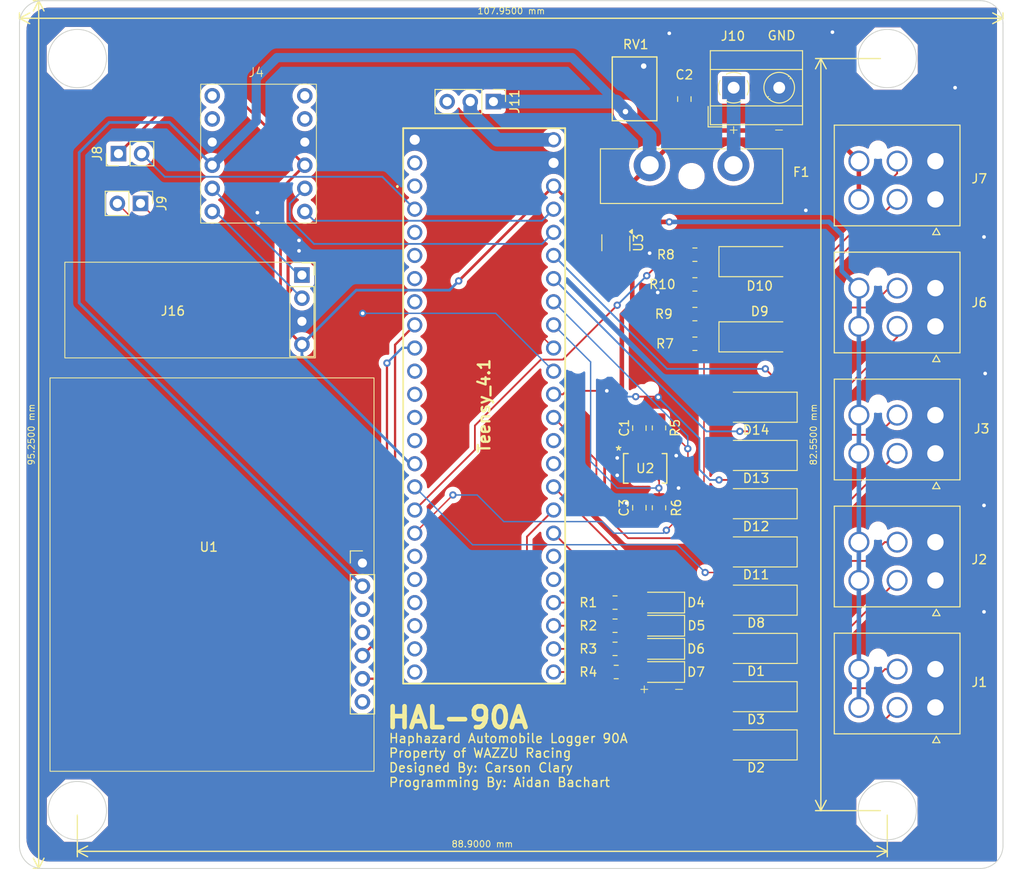
<source format=kicad_pcb>
(kicad_pcb (version 20240108) (generator "pcbnew") (generator_version "8.0")
  (title_block (title "HAL-9 Teensy 4.1 Breakout Board") (rev "2.1.2") (company "WAZZU Racing") (comment 1 "Code By: Aidan Bachart") (comment 2 "Design By: Carson Clary"))
  (layers (0 "F.Cu" signal) (31 "B.Cu" signal) (34 "B.Paste" user) (35 "F.Paste" user) (36 "B.SilkS" user "B.Silkscreen") (37 "F.SilkS" user "F.Silkscreen") (38 "B.Mask" user) (39 "F.Mask" user) (44 "Edge.Cuts" user))
  (net 0 "")
  (net 1 "GND")
  (net 2 "+5V")
  (net 6 "+3.3V")
  (net 10 "/CAN1 RX 5v")
  (net 11 "/CAN1 TX 5v")
  (net 12 "/Steering")
  (net 13 "/Suspension1")
  (net 14 "/Suspension2")
  (net 15 "/Suspension3")
  (net 17 "/Suspension0")
  (net 19 "/LB_Pressure")
  (net 20 "/RB_Pressure")
  (net 21 "/Toggle")
  (net 28 "/Dashboard SDA")
  (net 29 "/Dashboard SCL")
  (net 31 "unconnected-(Teensy_4.1-Pad1)")
  (net 32 "/LED1")
  (net 33 "/RadOut Temp")
  (net 34 "/RadIn Temp")
  (net 35 "/Amb Temp")
  (net 36 "/GYRO SCL")
  (net 37 "/GYRO SDA")
  (net 38 "/GPS RX")
  (net 39 "/GPS TX")
  (net 42 "/LED0")
  (net 43 "/LED2")
  (net 44 "/LED3")
  (net 45 "/CAN1 RX 3.3v")
  (net 48 "/CAN1 TX 3.3v")
  (net 49 "Net-(D6-A)")
  (net 50 "Net-(D7-A)")
  (net 51 "Net-(J10-Pin_1)")
  (net 52 "Net-(D4-A)")
  (net 53 "Net-(D5-A)")
  (net 60 "/Teensy Vin")
  (net 61 "Net-(J7-Pin_5)")
  (net 62 "Net-(J7-Pin_2)")
  (net 65 "/IntAccel")
  (net 68 "/IntGyro")
  (footprint "Diode_SMD:D_SMA_Handsoldering" (layer "F.Cu") (at 113.0352 66.742734)
    (property "Reference" "D10")
    (property "Value" "D_Zener")
  )
  (footprint "Fuse:Fuseholder_Blade_ATO_Littelfuse_Pudenz_2_Pin" (layer "F.Cu") (at 100.9142 56.1594)
    (property "Reference" "F1")
    (property "Value" "1.5A")
  )
  (footprint "Resistor_SMD:R_0805_2012Metric_Pad1.20x1.40mm_HandSolder" (layer "F.Cu") (at 97.1202 104.1654 180)
    (property "Reference" "R1")
    (property "Value" "5")
  )
  (footprint "Connector_PinHeader_2.54mm:PinHeader_1x02_P2.54mm_Vertical" (layer "F.Cu") (at 42.6162 54.8894 90)
    (property "Reference" "J8")
    (property "Value" "Conn_01x02_Pin")
  )
  (footprint "Resistor_SMD:R_0805_2012Metric_Pad1.20x1.40mm_HandSolder" (layer "F.Cu") (at 105.8832 69.2404)
    (property "Reference" "R10")
    (property "Value" "1.1k")
  )
  (footprint "Connector_PinSocket_2.54mm:PinSocket_1x04_P2.54mm_Vertical" (layer "F.Cu") (at 64.2257 77.3067 90)
    (property "Reference" "J16")
    (property "Value" "CAN BOB")
  )
  (footprint "Diode_SMD:D_SMA_Handsoldering" (layer "F.Cu") (at 112.5982 88.015665 180)
    (property "Reference" "D13")
    (property "Value" "D_Zener")
  )
  (footprint "Diode_SMD:D_SMA_Handsoldering" (layer "F.Cu") (at 112.5982 98.605909 180)
    (property "Reference" "D11")
    (property "Value" "D_Zener")
  )
  (footprint "Custom Footprints:QFN_BMI085_BOS" (layer "F.Cu") (at 100.428499 89.436699)
    (property "Reference" "U2")
    (property "Value" "BMI088")
  )
  (footprint "Diode_SMD:D_SMA_Handsoldering" (layer "F.Cu") (at 112.5982 82.720543 180)
    (property "Reference" "D14")
    (property "Value" "D_Zener")
  )
  (footprint "2125201006:MOLEX_2125201006" (layer "F.Cu") (at 132.2832 59.9099)
    (property "Reference" "J7")
    (property "Value" "Conn_02x03_Counter_Clockwise")
  )
  (footprint "Varistor:RV_Disc_D7mm_W4.9mm_P5mm" (layer "F.Cu") (at 98.2632 50.2774 90)
    (property "Reference" "RV1")
    (property "Value" "Varistor_US")
  )
  (footprint "2125201006:MOLEX_2125201006" (layer "F.Cu") (at 132.2832 87.7914)
    (property "Reference" "J3")
    (property "Value" "Conn_02x03_Counter_Clockwise")
  )
  (footprint "Diode_SMD:D_SMA_Handsoldering" (layer "F.Cu") (at 112.5982 119.7864 180)
    (property "Reference" "D2")
    (property "Value" "D_Zener")
  )
  (footprint "Custom Footprints:SparkFun Logic Level" (layer "F.Cu") (at 52.9082 48.5394 180)
    (property "Reference" "J4")
    (property "Value" "BOB-12009 Logic Level Shifter")
  )
  (footprint "Package_TO_SOT_SMD:TSOT-23-5_HandSoldering" (layer "F.Cu") (at 97.2312 64.6684 -90)
    (property "Reference" "U3")
    (property "Value" "TLV73310PDBVT")
  )
  (footprint "Diode_SMD:D_SMA_Handsoldering" (layer "F.Cu") (at 112.5982 114.491275 180)
    (property "Reference" "D3")
    (property "Value" "D_Zener")
  )
  (footprint "TerminalBlock_MetzConnect:TerminalBlock_MetzConnect_Type055_RT01502HDWU_1x02_P5.00mm_Horizontal" (layer "F.Cu") (at 110.1382 47.6504)
    (property "Reference" "J10")
    (property "Value" "Conn_01x02_Pin")
  )
  (footprint "LED_SMD:LED_1206_3216Metric_Pad1.42x1.75mm_HandSolder" (layer "F.Cu") (at 102.2907 106.7054 180)
    (property "Reference" "D5")
    (property "Value" "LED")
  )
  (footprint "Resistor_SMD:R_0805_2012Metric_Pad1.20x1.40mm_HandSolder" (layer "F.Cu") (at 105.8832 75.759734 180)
    (property "Reference" "R7")
    (property "Value" "2k")
  )
  (footprint "LED_SMD:LED_1206_3216Metric_Pad1.42x1.75mm_HandSolder" (layer "F.Cu") (at 102.2907 109.2454 180)
    (property "Reference" "D6")
    (property "Value" "LED")
  )
  (footprint "Resistor_SMD:R_0805_2012Metric_Pad1.20x1.40mm_HandSolder" (layer "F.Cu") (at 97.1202 106.7054 180)
    (property "Reference" "R2")
    (property "Value" "5")
  )
  (footprint "Diode_SMD:D_SMA_Handsoldering" (layer "F.Cu") (at 113.0352 74.997734)
    (property "Reference" "D9")
    (property "Value" "D_Zener")
  )
  (footprint "Resistor_SMD:R_0805_2012Metric_Pad1.20x1.40mm_HandSolder" (layer "F.Cu") (at 105.8832 72.500066)
    (property "Reference" "R9")
    (property "Value" "1.1k")
  )
  (footprint "Diode_SMD:D_SMA_Handsoldering" (layer "F.Cu") (at 112.5982 109.196153 180)
    (property "Reference" "D1")
    (property "Value" "D_Zener")
  )
  (footprint "LED_SMD:LED_1206_3216Metric_Pad1.42x1.75mm_HandSolder" (layer "F.Cu") (at 102.2907 104.1654 180)
    (property "Reference" "D4")
    (property "Value" "LED")
  )
  (footprint "Resistor_SMD:R_0805_2012Metric_Pad1.20x1.40mm_HandSolder" (layer "F.Cu") (at 101.946199 93.754699 90)
    (property "Reference" "R6")
    (property "Value" "2k")
  )
  (footprint "2125201006:MOLEX_2125201006" (layer "F.Cu") (at 132.2832 115.6729)
    (property "Reference" "J1")
    (property "Value" "Conn_02x03_Counter_Clockwise")
  )
  (footprint "2125201006:MOLEX_2125201006" (layer "F.Cu") (at 132.2832 101.73215)
    (property "Reference" "J2")
    (property "Value" "Conn_02x03_Counter_Clockwise")
  )
  (footprint "Connector_PinHeader_2.54mm:PinHeader_1x03_P2.54mm_Vertical" (layer "F.Cu") (at 83.7692 49.1744 -90)
    (property "Reference" "J11")
    (property "Value" "Block Jumper")
  )
  (footprint "Capacitor_SMD:C_0805_2012Metric_Pad1.18x1.45mm_HandSolder" (layer "F.Cu") (at 104.7242 48.8989 90)
    (property "Reference" "C2")
    (property "Value" "100uF")
  )
  (footprint "Resistor_SMD:R_0805_2012Metric_Pad1.20x1.40mm_HandSolder" (layer "F.Cu") (at 97.2472 111.7854 180)
    (property "Reference" "R4")
    (property "Value" "5")
  )
  (footprint "Connector_PinHeader_2.54mm:PinHeader_1x07_P2.54mm_Vertical" (layer "F.Cu") (at 69.3928 99.822)
    (property "Reference" "U1")
    (property "Value" "NEO-M9N")
  )
  (footprint "Capacitor_SMD:C_0805_2012Metric_Pad1.18x1.45mm_HandSolder" (layer "F.Cu") (at 99.787199 85.013199 -90)
    (property "Reference" "C1")
    (property "Value" "100nF")
  )
  (footprint "2125201006:MOLEX_2125201006" (layer "F.Cu") (at 132.2832 73.85065)
    (property "Reference" "J6")
    (property "Value" "Conn_02x03_Counter_Clockwise")
  )
  (footprint "LED_SMD:LED_1206_3216Metric_Pad1.42x1.75mm_HandSolder" (layer "F.Cu") (at 102.2907 111.7854 180)
    (property "Reference" "D7")
    (property "Value" "LED")
  )
  (footprint "Resistor_SMD:R_0805_2012Metric_Pad1.20x1.40mm_HandSolder" (layer "F.Cu") (at 97.1202 109.2454 180)
    (property "Reference" "R3")
    (property "Value" "5")
  )
  (footprint "Custom Footprints:TEENSY41" (layer "F.Cu") (at 82.9056 84.455)
    (property "Reference" "Teensy_4.1")
    (property "Value" "~" (hide yes))
  )
  (footprint "Diode_SMD:D_SMA_Handsoldering" (layer "F.Cu") (at 112.5982 103.901031 180)
    (property "Reference" "D8")
    (property "Value" "D_Zener")
  )
  (footprint "Diode_SMD:D_SMA_Handsoldering" (layer "F.Cu") (at 112.5982 93.310787 180)
    (property "Reference" "D12")
    (property "Value" "D_Zener")
  )
  (footprint "Resistor_SMD:R_0805_2012Metric_Pad1.20x1.40mm_HandSolder" (layer "F.Cu") (at 105.8832 65.980734 180)
    (property "Reference" "R8")
    (property "Value" "2k")
  )
  (footprint "Capacitor_SMD:C_0805_2012Metric_Pad1.18x1.45mm_HandSolder" (layer "F.Cu") (at 99.787199 93.754699 90)
    (property "Reference" "C3")
    (property "Value" "100nF")
  )
  (footprint "Connector_PinHeader_2.54mm:PinHeader_1x02_P2.54mm_Vertical" (layer "F.Cu") (at 45.0342 60.3504 -90)
    (property "Reference" "J9")
    (property "Value" "Conn_01x02_Pin")
  )
  (footprint "Resistor_SMD:R_0805_2012Metric_Pad1.20x1.40mm_HandSolder" (layer "F.Cu") (at 101.946199 84.991699 90)
    (property "Reference" "R5")
    (property "Value" "2k")
  )
  (gr_circle (center 127 127) (end 130.2 127) (stroke (width 0.1)) (fill none) (layer "Edge.Cuts"))
  (gr_circle (center 38.1 44.45) (end 41.3 44.45) (stroke (width 0.1)) (fill none) (layer "Edge.Cuts"))
  (gr_line (start 137.2 133.35) (end 34.25 133.35) (stroke (width 0.1)) (layer "Edge.Cuts"))
  (gr_line (start 139.7 40.6) (end 139.7 130.85) (stroke (width 0.1)) (layer "Edge.Cuts"))
  (gr_arc (start 137.2 38.1) (mid 138.967767 38.832233) (end 139.7 40.6) (stroke (width 0.1)) (layer "Edge.Cuts"))
  (gr_circle (center 38.1 127) (end 41.3 127) (stroke (width 0.1)) (fill none) (layer "Edge.Cuts"))
  (gr_arc (start 139.7 130.85) (mid 138.967767 132.617767) (end 137.2 133.35) (stroke (width 0.1)) (layer "Edge.Cuts"))
  (gr_arc (start 34.25 133.35) (mid 32.482233 132.617767) (end 31.75 130.85) (stroke (width 0.1)) (layer "Edge.Cuts"))
  (gr_circle (center 127 44.45) (end 130.2 44.45) (stroke (width 0.1)) (fill none) (layer "Edge.Cuts"))
  (gr_arc (start 31.75 40.6) (mid 32.482233 38.832233) (end 34.25 38.1) (stroke (width 0.1)) (layer "Edge.Cuts"))
  (gr_line (start 31.75 130.85) (end 31.75 40.6) (stroke (width 0.1)) (layer "Edge.Cuts"))
  (gr_line (start 34.25 38.1) (end 137.2 38.1) (stroke (width 0.1)) (layer "Edge.Cuts"))
  (gr_text "-" (at 103.4542 114.1984 0) (layer "F.SilkS") (effects (font (size 1 1) (thickness 0.1)) (justify left bottom)))
  (gr_text "GND" (at 115.3922 41.9354 0) (layer "F.SilkS") (effects (font (size 1 1))))
  (gr_text "Haphazard Automobile Logger 90A\nProperty of WAZZU Racing\nDesigned By: Carson Clary\nProgramming By: Aidan Bachart" (at 72.2122 124.4854 0) (layer "F.SilkS") (effects (font (size 1 1)) (justify left bottom)))
  (gr_text "+" (at 99.6442 114.1984 0) (layer "F.SilkS") (effects (font (size 1 1) (thickness 0.1)) (justify left bottom)))
  (gr_text "HAL-90A" (at 71.8312 118.1354 0) (layer "F.SilkS") (effects (font (size 2.286 2.286) (thickness 0.508) (bold yes)) (justify left bottom)))
  (dimension (type aligned) (layer "F.SilkS") (pts (xy 31.75 40.6) (xy 139.7 40.6)) (height -0.5696) (gr_text "107.9500 mm" (at 85.725 39.2304 0) (layer "F.SilkS") (effects (font (size 0.7 0.7) (thickness 0.1)))) (format (prefix "") (suffix "") (units 3) (units_format 1) (precision 4)) (style (thickness 0.15) (arrow_length 1.27) (text_position_mode 0) (extension_height 0.58642) (extension_offset 0.5) keep_text_aligned))
  (dimension (type aligned) (layer "F.SilkS") (pts (xy 34.25 133.35) (xy 34.25 38.1)) (height -0.3918) (gr_text "95.2500 mm" (at 33.0582 85.725 90) (layer "F.SilkS") (effects (font (size 0.7 0.7) (thickness 0.1)))) (format (prefix "") (suffix "") (units 3) (units_format 1) (precision 4)) (style (thickness 0.15) (arrow_length 1.27) (text_position_mode 0) (extension_height 0.58642) (extension_offset 0.5) keep_text_aligned))
  (dimension (type aligned) (layer "F.SilkS") (pts (xy 127 127) (xy 38.1 127)) (height -4.4704) (gr_text "88.9000 mm" (at 82.55 130.6704 0) (layer "F.SilkS") (effects (font (size 0.7 0.7) (thickness 0.1)))) (format (prefix "") (suffix "") (units 3) (units_format 1) (precision 4)) (style (thickness 0.15) (arrow_length 1.27) (text_position_mode 0) (extension_height 0.58642) (extension_offset 0.5) keep_text_aligned))
  (dimension (type aligned) (layer "F.SilkS") (pts (xy 126.746 127) (xy 126.746 44.45)) (height -7.0358) (gr_text "82.5500 mm" (at 118.9102 85.725 90) (layer "F.SilkS") (effects (font (size 0.7 0.7) (thickness 0.1)))) (format (prefix "") (suffix "") (units 3) (units_format 1) (precision 4)) (style (thickness 0.15) (arrow_length 1.27) (text_position_mode 0) (extension_height 0.58642) (extension_offset 0.5) keep_text_aligned))
  (segment (start 101.430201 89.6874) (end 101.430201 90.605099) (width 0.155) (layer "F.Cu") (net 1))
  (segment (start 104.0892 91.5924) (end 104.0892 91.7194) (width 0.155) (layer "F.Cu") (net 1))
  (segment (start 97.3582 90.1954) (end 97.3582 88.7984) (width 0.155) (layer "F.Cu") (net 1))
  (segment (start 100.428499 88.280999) (end 100.428499 88.685698) (width 0.155) (layer "F.Cu") (net 1))
  (segment (start 102.4382 89.9414) (end 104.0892 91.5924) (width 0.155) (layer "F.Cu") (net 1))
  (segment (start 101.430201 89.174701) (end 101.430201 88.293699) (width 0.155) (layer "F.Cu") (net 1))
  (segment (start 101.430201 89.5604) (end 101.430201 89.6874) (width 0.155) (layer "F.Cu") (net 1))
  (segment (start 98.941199 92.695699) (end 98.390199 93.246699) (width 0.2) (layer "F.Cu") (net 1))
  (segment (start 98.928499 90.592399) (end 97.755199 90.592399) (width 0.155) (layer "F.Cu") (net 1))
  (segment (start 99.787199 92.695699) (end 98.941199 92.695699) (width 0.2) (layer "F.Cu") (net 1))
  (segment (start 101.438199 89.182699) (end 101.430201 89.174701) (width 0.155) (layer "F.Cu") (net 1))
  (segment (start 101.430201 89.6874) (end 101.684201 89.9414) (width 0.155) (layer "F.Cu") (net 1))
  (segment (start 100.8839 87.1474) (end 99.787199 86.050699) (width 0.155) (layer "F.Cu") (net 1))
  (segment (start 101.430201 89.5604) (end 101.430201 89.190697) (width 0.155) (layer "F.Cu") (net 1))
  (segment (start 97.3582 88.7984) (end 97.3582 88.2904) (width 0.155) (layer "F.Cu") (net 1))
  (segment (start 100.428499 88.685698) (end 101.430201 89.6874) (width 0.155) (layer "F.Cu") (net 1))
  (segment (start 97.755199 90.592399) (end 97.3582 90.1954) (width 0.155) (layer "F.Cu") (net 1))
  (segment (start 103.8352 88.0364) (end 102.9462 87.1474) (width 0.155) (layer "F.Cu") (net 1))
  (segment (start 101.684201 89.9414) (end 102.4382 89.9414) (width 0.155) (layer "F.Cu") (net 1))
  (segment (start 102.9462 87.1474) (end 100.8839 87.1474) (width 0.155) (layer "F.Cu") (net 1))
  (segment (start 101.430201 89.190697) (end 101.438199 89.182699) (width 0.155) (layer "F.Cu") (net 1))
  (via (at 137.6172 105.1814) (size 0.8) (drill 0.4) (layers "F.Cu" "B.Cu") (net 1))
  (via (at 137.7442 79.0194) (size 0.8) (drill 0.4) (layers "F.Cu" "B.Cu") (net 1))
  (via (at 120.9802 41.5544) (size 0.8) (drill 0.4) (layers "F.Cu" "B.Cu") (net 1))
  (via (at 134.4422 47.6504) (size 0.8) (drill 0.4) (layers "F.Cu" "B.Cu") (net 1))
  (via (at 137.6172 93.4974) (size 0.8) (drill 0.4) (layers "F.Cu" "B.Cu") (net 1))
  (via (at 100.9142 65.8114) (size 0.8) (drill 0.4) (layers "F.Cu" "B.Cu") (net 1))
  (via (at 104.0892 91.5924) (size 0.8) (drill 0.4) (layers "F.Cu" "B.Cu") (net 1))
  (via (at 118.0592 61.1124) (size 0.8) (drill 0.4) (layers "F.Cu" "B.Cu") (net 1))
  (via (at 101.8032 70.1294) (size 0.8) (drill 0.4) (layers "F.Cu" "B.Cu") (net 1))
  (via (at 103.8352 88.0364) (size 0.8) (drill 0.4) (layers "F.Cu" "B.Cu") (net 1))
  (via (at 103.0732 41.6814) (size 0.8) (drill 0.4) (layers "F.Cu" "B.Cu") (net 1))
  (via (at 137.6172 64.0334) (size 0.8) (drill 0.4) (layers "F.Cu" "B.Cu") (net 1))
  (via (at 97.3582 88.2904) (size 0.8) (drill 0.4) (layers "F.Cu" "B.Cu") (net 1))
  (via (at 97.3582 90.1954) (size 0.8) (drill 0.4) (layers "F.Cu" "B.Cu") (net 1))
  (via (at 98.390199 93.246699) (size 0.8) (drill 0.4) (layers "F.Cu" "B.Cu") (net 1))
  (segment (start 98.1812 58.8924) (end 100.9142 56.1594) (width 0.5) (layer "F.Cu") (net 2))
  (segment (start 120.5227 52.3494) (end 104.7242 52.3494) (width 0.5) (layer "F.Cu") (net 2))
  (segment (start 104.7242 49.9364) (end 104.7242 52.3494) (width 0.5) (layer "F.Cu") (net 2))
  (segment (start 123.8832 59.9099) (end 123.8832 55.7099) (width 0.5) (layer "F.Cu") (net 2))
  (segment (start 123.8832 55.7099) (end 120.5227 52.3494) (width 0.5) (layer "F.Cu") (net 2))
  (segment (start 98.1812 62.9584) (end 98.1812 58.8924) (width 0.5) (layer "F.Cu") (net 2))
  (segment (start 96.2812 60.7924) (end 98.1812 58.8924) (width 0.5) (layer "F.Cu") (net 2))
  (segment (start 104.7242 52.3494) (end 100.9142 56.1594) (width 0.5) (layer "F.Cu") (net 2))
  (segment (start 96.2812 62.9584) (end 96.2812 60.7924) (width 0.5) (layer "F.Cu") (net 2))
  (segment (start 38.3032 71.2724) (end 38.3032 54.7624) (width 0.3) (layer "B.Cu") (net 2))
  (segment (start 69.3928 102.362) (end 38.3032 71.2724) (width 0.3) (layer "B.Cu") (net 2))
  (segment (start 100.9142 56.1594) (end 100.9142 52.9284) (width 1.5) (layer "B.Cu") (net 2))
  (segment (start 100.9142 52.9284) (end 98.2632 50.2774) (width 1.5) (layer "B.Cu") (net 2))
  (segment (start 48.2092 51.4604) (end 52.9082 56.1594) (width 0.3) (layer "B.Cu") (net 2))
  (segment (start 97.2312 49.1744) (end 92.4052 44.3484) (width 1) (layer "B.Cu") (net 2))
  (segment (start 52.913785 56.153815) (end 52.9082 56.153815) (width 1) (layer "B.Cu") (net 2))
  (segment (start 60.0202 44.3484) (end 57.7342 46.6344) (width 1) (layer "B.Cu") (net 2))
  (segment (start 92.4052 44.3484) (end 60.0202 44.3484) (width 1) (layer "B.Cu") (net 2))
  (segment (start 98.2632 50.2774) (end 98.2632 50.2064) (width 1.5) (layer "B.Cu") (net 2))
  (segment (start 97.2312 49.1744) (end 83.7692 49.1744) (width 1.5) (layer "B.Cu") (net 2))
  (segment (start 52.9082 56.153815) (end 52.9082 56.1594) (width 1.5) (layer "B.Cu") (net 2))
  (segment (start 57.7342 46.6344) (end 57.7342 51.3334) (width 1) (layer "B.Cu") (net 2))
  (segment (start 41.6052 51.4604) (end 48.2092 51.4604) (width 0.3) (layer "B.Cu") (net 2))
  (segment (start 57.7342 51.3334) (end 52.913785 56.153815) (width 1) (layer "B.Cu") (net 2))
  (segment (start 98.2632 50.2064) (end 97.2312 49.1744) (width 1.5) (layer "B.Cu") (net 2))
  (segment (start 38.3032 54.7624) (end 41.6052 51.4604) (width 0.3) (layer "B.Cu") (net 2))
  (segment (start 99.430199 90.605099) (end 99.430199 90.174699) (width 0.155) (layer "F.Cu") (net 6))
  (segment (start 97.818699 85.944199) (end 99.533199 87.658699) (width 0.155) (layer "F.Cu") (net 6))
  (segment (start 85.6742 63.1444) (end 79.9592 68.8594) (width 0.3) (layer "F.Cu") (net 6))
  (segment (start 99.533199 87.658699) (end 100.1419 87.658699) (width 0.155) (layer "F.Cu") (net 6))
  (segment (start 100.930199 90.605099) (end 100.930199 90.181798) (width 0.155) (layer "F.Cu") (net 6))
  (segment (start 95.977199 87.785699) (end 97.818699 85.944199) (width 0.3) (layer "F.Cu") (net 6))
  (segment (start 101.930199 83.975699) (end 101.946199 83.991699) (width 0.3) (layer "F.Cu") (net 6))
  (segment (start 101.9302 88.293699) (end 101.9302 87.870398) (width 0.155) (layer "F.Cu") (net 6))
  (segment (start 99.787199 83.975699) (end 101.930199 83.975699) (width 0.3) (layer "F.Cu") (net 6))
  (segment (start 101.718501 87.658699) (end 100.1419 87.658699) (width 0.155) (layer "F.Cu") (net 6))
  (segment (start 98.6952 68.0304) (end 95.5132 68.0304) (width 0.3) (layer "F.Cu") (net 6))
  (segment (start 99.0092 68.3444) (end 98.1812 67.5164) (width 0.5) (layer "F.Cu") (net 6))
  (segment (start 98.1812 67.5164) (end 98.1812 66.3784) (width 0.5) (layer "F.Cu") (net 6))
  (segment (start 98.1812 66.3784) (end 102.1772 62.3824) (width 0.5) (layer "F.Cu") (net 6))
  (segment (start 42.6162 54.8894) (end 51.1252 46.3804) (width 0.3) (layer "F.Cu") (net 6))
  (segment (start 95.977199 93.145099) (end 95.977199 87.785699) (width 0.3) (layer "F.Cu") (net 6))
  (segment (start 99.787199 87.658699) (end 99.930201 87.801701) (width 0.155) (layer "F.Cu") (net 6))
  (segment (start 97.583499 94.751399) (end 95.977199 93.145099) (width 0.3) (layer "F.Cu") (net 6))
  (segment (start 102.1772 62.3824) (end 103.0732 62.3824) (width 0.5) (layer "F.Cu") (net 6))
  (segment (start 99.430199 90.174699) (end 99.930201 89.674697) (width 0.155) (layer "F.Cu") (net 6))
  (segment (start 53.2892 46.3804) (end 63.0682 56.1594) (width 0.3) (layer "F.Cu") (net 6))
  (segment (start 90.3732 58.4454) (end 85.6742 63.1444) (width 0.3) (layer "F.Cu") (net 6))
  (segment (start 99.930201 89.674697) (end 99.930201 89.420697) (width 0.155) (layer "F.Cu") (net 6))
  (segment (start 95.5132 68.0304) (end 94.4372 66.9544) (width 0.3) (layer "F.Cu") (net 6))
  (segment (start 100.689801 89.9414) (end 100.450904 89.9414) (width 0.155) (layer "F.Cu") (net 6))
  (segment (start 51.1252 46.3804) (end 53.2892 46.3804) (width 0.3) (layer "F.Cu") (net 6))
  (segment (start 101.9605 94.751399) (end 97.583499 94.751399) (width 0.3) (layer "F.Cu") (net 6))
  (segment (start 97.8662 82.0547) (end 99.787199 83.975699) (width 0.5) (layer "F.Cu") (net 6))
  (segment (start 99.930201 87.801701) (end 99.930201 89.420697) (width 0.155) (layer "F.Cu") (net 6))
  (segment (start 94.4372 66.9544) (end 94.4372 62.5094) (width 0.3) (layer "F.Cu") (net 6))
  (segment (start 97.8662 72.5424) (end 97.8662 82.0547) (width 0.5) (layer "F.Cu") (net 6))
  (segment (start 99.787199 83.975699) (end 97.818699 85.944199) (width 0.3) (layer "F.Cu") (net 6))
  (segment (start 63.0682 56.1594) (end 60.4012 58.8264) (width 0.3) (layer "F.Cu") (net 6))
  (segment (start 101.9302 87.870398) (end 101.718501 87.658699) (width 0.155) (layer "F.Cu") (net 6))
  (segment (start 100.930199 90.181798) (end 100.689801 89.9414) (width 0.155) (layer "F.Cu") (net 6))
  (segment (start 99.0092 68.3444) (end 99.0092 71.3994) (width 0.5) (layer "F.Cu") (net 6))
  (segment (start 100.450904 89.9414) (end 99.930201 89.420697) (width 0.155) (layer "F.Cu") (net 6))
  (segment (start 60.4012 58.8264) (end 60.4012 73.4822) (width 0.3) (layer "F.Cu") (net 6))
  (segment (start 60.4012 73.4822) (end 62.7525 75.8335) (width 0.3) (layer "F.Cu") (net 6))
  (segment (start 94.4372 62.5094) (end 90.3732 58.4454) (width 0.3) (layer "F.Cu") (net 6))
  (segment (start 99.0092 71.3994) (end 97.8662 72.5424) (width 0.5) (layer "F.Cu") (net 6))
  (via (at 79.9592 68.8594) (size 0.8) (drill 0.4) (layers "F.Cu" "B.Cu") (net 6))
  (via (at 103.0732 62.3824) (size 0.8) (drill 0.4) (layers "F.Cu" "B.Cu") (net 6))
  (segment (start 123.8832 69.65065) (end 121.9962 67.76365) (width 0.5) (layer "B.Cu") (net 6))
  (segment (start 79.9592 68.8594) (end 78.9432 69.8754) (width 0.3) (layer "B.Cu") (net 6))
  (segment (start 123.8832 111.4729) (end 123.8832 115.6729) (width 0.5) (layer "B.Cu") (net 6))
  (segment (start 123.8832 87.7914) (end 123.8832 97.53215) (width 0.5) (layer "B.Cu") (net 6))
  (segment (start 121.9962 63.7794) (end 120.5992 62.3824) (width 0.5) (layer "B.Cu") (net 6))
  (segment (start 68.7106 69.8754) (end 62.7525 75.8335) (width 0.3) (layer "B.Cu") (net 6))
  (segment (start 78.9432 69.8754) (end 68.7106 69.8754) (width 0.3) (layer "B.Cu") (net 6))
  (segment (start 74.5998 88.9) (end 62.7525 77.0527) (width 0.3) (layer "B.Cu") (net 6))
  (segment (start 123.8832 101.73215) (end 123.8832 111.4729) (width 0.5) (layer "B.Cu") (net 6))
  (segment (start 75.184 88.9) (end 74.5998 88.9) (width 0.3) (layer "B.Cu") (net 6))
  (segment (start 121.9962 67.76365) (end 121.9962 67.7164) (width 0.5) (layer "B.Cu") (net 6))
  (segment (start 123.8832 83.5914) (end 123.8832 87.7914) (width 0.5) (layer "B.Cu") (net 6))
  (segment (start 120.5992 62.3824) (end 103.0732 62.3824) (width 0.5) (layer "B.Cu") (net 6))
  (segment (start 123.8832 73.85065) (end 123.8832 83.5914) (width 0.5) (layer "B.Cu") (net 6))
  (segment (start 62.7525 77.0527) (end 62.7525 75.8335) (width 0.3) (layer "B.Cu") (net 6))
  (segment (start 121.9962 67.7164) (end 121.9962 63.7794) (width 0.5) (layer "B.Cu") (net 6))
  (segment (start 123.8832 69.65065) (end 123.8832 73.85065) (width 0.5) (layer "B.Cu") (net 6))
  (segment (start 123.8832 97.53215) (end 123.8832 101.73215) (width 0.5) (layer "B.Cu") (net 6))
  (segment (start 53.2384 61.2394) (end 52.9082 61.2394) (width 0.2) (layer "B.Cu") (net 10))
  (segment (start 62.7525 70.7535) (end 53.2384 61.2394) (width 0.2) (layer "B.Cu") (net 10))
  (segment (start 52.9082 58.6994) (end 62.4223 68.2135) (width 0.2) (layer "B.Cu") (net 11))
  (segment (start 62.4223 68.2135) (end 62.7525 68.2135) (width 0.2) (layer "B.Cu") (net 11))
  (segment (start 62.8251 68.2135) (end 62.7525 68.2135) (width 0.25) (layer "B.Cu") (net 11))
  (segment (start 121.8692 99.5934) (end 124.6632 99.5934) (width 0.2) (layer "F.Cu") (net 12))
  (segment (start 124.6632 99.5934) (end 126.72445 97.53215) (width 0.2) (layer "F.Cu") (net 12))
  (segment (start 126.72445 97.53215) (end 128.0832 97.53215) (width 0.2) (layer "F.Cu") (net 12))
  (segment (start 115.0982 103.901031) (end 117.561569 103.901031) (width 0.2) (layer "F.Cu") (net 12))
  (segment (start 112.060569 100.8634) (end 115.0982 103.901031) (width 0.155) (layer "F.Cu") (net 12))
  (segment (start 117.561569 103.901031) (end 121.8692 99.5934) (width 0.2) (layer "F.Cu") (net 12))
  (segment (start 107.0102 100.8634) (end 112.060569 100.8634) (width 0.155) (layer "F.Cu") (net 12))
  (via (at 107.0102 100.8634) (size 0.8) (drill 0.4) (layers "F.Cu" "B.Cu") (net 12))
  (segment (start 75.1332 91.4654) (end 81.4832 97.8154) (width 0.155) (layer "B.Cu") (net 12))
  (segment (start 81.4832 97.8154) (end 103.9622 97.8154) (width 0.155) (layer "B.Cu") (net 12))
  (segment (start 103.9622 97.8154) (end 107.0102 100.8634) (width 0.155) (layer "B.Cu") (net 12))
  (segment (start 99.3902 81.5594) (end 99.4537 81.3689) (width 0.2) (layer "F.Cu") (net 13))
  (segment (start 96.2152 80.9244) (end 91.7702 80.9244) (width 0.2) (layer "F.Cu") (net 13))
  (segment (start 112.490813 90.7034) (end 108.5342 90.7034) (width 0.2) (layer "F.Cu") (net 13))
  (segment (start 91.7702 80.9244) (end 91.3892 81.3054) (width 0.2) (layer "F.Cu") (net 13))
  (segment (start 101.8032 81.5594) (end 99.3902 81.5594) (width 0.2) (layer "F.Cu") (net 13))
  (segment (start 108.5342 90.7034) (end 108.4072 90.7034) (width 0.2) (layer "F.Cu") (net 13))
  (segment (start 125.9242 85.7504) (end 128.0832 83.5914) (width 0.2) (layer "F.Cu") (net 13))
  (segment (start 115.0982 93.310787) (end 122.658587 85.7504) (width 0.2) (layer "F.Cu") (net 13))
  (segment (start 115.0982 93.310787) (end 112.490813 90.7034) (width 0.2) (layer "F.Cu") (net 13))
  (segment (start 122.658587 85.7504) (end 125.9242 85.7504) (width 0.2) (layer "F.Cu") (net 13))
  (segment (start 101.8667 81.6229) (end 101.8032 81.5594) (width 0.2) (layer "F.Cu") (net 13))
  (segment (start 91.3892 81.3054) (end 90.3732 81.3054) (width 0.2) (layer "F.Cu") (net 13))
  (via (at 101.8667 81.6229) (size 0.8) (drill 0.4) (layers "F.Cu" "B.Cu") (net 13))
  (via (at 99.3902 81.5594) (size 0.8) (drill 0.4) (layers "F.Cu" "B.Cu") (net 13))
  (via (at 108.5342 90.7034) (size 0.8) (drill 0.4) (layers "F.Cu" "B.Cu") (net 13))
  (via (at 96.2152 80.9244) (size 0.8) (drill 0.4) (layers "F.Cu" "B.Cu") (net 13))
  (segment (start 101.8667 81.6229) (end 106.3752 86.1314) (width 0.2) (layer "B.Cu") (net 13))
  (segment (start 98.1837 81.5594) (end 99.3902 81.5594) (width 0.2) (layer "B.Cu") (net 13))
  (segment (start 96.2152 80.9244) (end 97.5487 80.9244) (width 0.2) (layer "B.Cu") (net 13))
  (segment (start 106.3752 86.1314) (end 106.3752 89.5604) (width 0.2) (layer "B.Cu") (net 13))
  (segment (start 106.3752 89.5604) (end 107.5182 90.7034) (width 0.2) (layer "B.Cu") (net 13))
  (segment (start 97.5487 80.9244) (end 98.1837 81.5594) (width 0.2) (layer "B.Cu") (net 13))
  (segment (start 107.5182 90.7034) (end 108.5342 90.7034) (width 0.2) (layer "B.Cu") (net 13))
  (segment (start 110.8202 85.3694) (end 112.451935 85.3694) (width 0.2) (layer "F.Cu") (net 14))
  (segment (start 115.0982 88.015665) (end 128.0832 75.030665) (width 0.2) (layer "F.Cu") (net 14))
  (segment (start 128.0832 75.030665) (end 128.0832 73.85065) (width 0.2) (layer "F.Cu") (net 14))
  (segment (start 112.451935 85.3694) (end 115.0982 88.015665) (width 0.2) (layer "F.Cu") (net 14))
  (via (at 110.8202 85.3694) (size 0.8) (drill 0.4) (layers "F.Cu" "B.Cu") (net 14))
  (segment (start 107.1372 85.3694) (end 110.8202 85.3694) (width 0.2) (layer "B.Cu") (net 14))
  (segment (start 90.3732 68.6054) (end 107.1372 85.3694) (width 0.2) (layer "B.Cu") (net 14))
  (segment (start 116.460772 81.357972) (end 117.349772 80.468972) (width 0.2) (layer "F.Cu") (net 15))
  (segment (start 125.0442 71.7804) (end 127.17395 69.65065) (width 0.2) (layer "F.Cu") (net 15))
  (segment (start 113.6142 78.5114) (end 115.6462 80.5434) (width 0.2) (layer "F.Cu") (net 15))
  (segment (start 117.349772 80.468972) (end 118.3132 79.505543) (width 0.2) (layer "F.Cu") (net 15))
  (segment (start 117.275344 80.5434) (end 117.349772 80.468972) (width 0.2) (layer "F.Cu") (net 15))
  (segment (start 118.3132 79.505543) (end 118.3132 75.5904) (width 0.2) (layer "F.Cu") (net 15))
  (segment (start 115.0982 82.720543) (end 116.460772 81.357972) (width 0.2) (layer "F.Cu") (net 15))
  (segment (start 127.17395 69.65065) (end 128.0832 69.65065) (width 0.2) (layer "F.Cu") (net 15))
  (segment (start 115.6462 80.5434) (end 117.275344 80.5434) (width 0.2) (layer "F.Cu") (net 15))
  (segment (start 118.3132 75.5904) (end 122.1232 71.7804) (width 0.2) (layer "F.Cu") (net 15))
  (segment (start 122.1232 71.7804) (end 125.0442 71.7804) (width 0.2) (layer "F.Cu") (net 15))
  (via (at 113.6142 78.5114) (size 0.8) (drill 0.4) (layers "F.Cu" "B.Cu") (net 15))
  (segment (start 102.8192 78.5114) (end 113.6142 78.5114) (width 0.2) (layer "B.Cu") (net 15))
  (segment (start 90.3732 66.0654) (end 102.8192 78.5114) (width 0.2) (layer "B.Cu") (net 15))
  (segment (start 115.0982 98.605909) (end 112.783691 96.2914) (width 0.2) (layer "F.Cu") (net 17))
  (segment (start 95.0722 88.5444) (end 90.3732 83.8454) (width 0.2) (layer "F.Cu") (net 17))
  (segment (start 112.783691 96.2914) (end 105.8672 96.2914) (width 0.2) (layer "F.Cu") (net 17))
  (segment (start 105.8672 96.2914) (end 105.0632 97.0954) (width 0.2) (layer "F.Cu") (net 17))
  (segment (start 115.0982 98.605909) (end 117.268691 98.605909) (width 0.2) (layer "F.Cu") (net 17))
  (segment (start 95.0722 93.6244) (end 95.0722 88.5444) (width 0.2) (layer "F.Cu") (net 17))
  (segment (start 98.5432 97.0954) (end 95.0722 93.6244) (width 0.2) (layer "F.Cu") (net 17))
  (segment (start 105.0632 97.0954) (end 98.5432 97.0954) (width 0.2) (layer "F.Cu") (net 17))
  (segment (start 117.268691 98.605909) (end 128.0832 87.7914) (width 0.2) (layer "F.Cu") (net 17))
  (segment (start 106.8832 92.1004) (end 106.8832 75.759734) (width 0.155) (layer "F.Cu") (net 19))
  (segment (start 107.7722 74.997734) (end 107.6452 74.997734) (width 0.2) (layer "F.Cu") (net 19))
  (segment (start 102.7557 96.2279) (end 106.8832 92.1004) (width 0.155) (layer "F.Cu") (net 19))
  (segment (start 110.5352 74.997734) (end 107.7722 74.997734) (width 0.2) (layer "F.Cu") (net 19))
  (segment (start 106.8832 74.108734) (end 107.7722 74.997734) (width 0.2) (layer "F.Cu") (net 19))
  (segment (start 106.8832 72.500066) (end 106.8832 74.108734) (width 0.2) (layer "F.Cu") (net 19))
  (segment (start 75.1332 96.5454) (end 79.3242 92.3544) (width 0.155) (layer "F.Cu") (net 19))
  (segment (start 107.6452 74.997734) (end 106.8832 75.759734) (width 0.2) (layer "F.Cu") (net 19))
  (via (at 79.3242 92.3544) (size 0.8) (drill 0.4) (layers "F.Cu" "B.Cu") (net 19))
  (via (at 102.7557 96.2279) (size 0.8) (drill 0.4) (layers "F.Cu" "B.Cu") (net 19))
  (segment (start 102.4382 96.5454) (end 96.9772 96.5454) (width 0.155) (layer "B.Cu") (net 19))
  (segment (start 96.9772 96.5454) (end 95.7072 95.2754) (width 0.155) (layer "B.Cu") (net 19))
  (segment (start 102.7557 96.2279) (end 102.4382 96.5454) (width 0.155) (layer "B.Cu") (net 19))
  (segment (start 81.9912 92.3544) (end 79.3242 92.3544) (width 0.155) (layer "B.Cu") (net 19))
  (segment (start 84.9122 95.2754) (end 81.9912 92.3544) (width 0.155) (layer "B.Cu") (net 19))
  (segment (start 95.7072 95.2754) (end 84.9122 95.2754) (width 0.155) (layer "B.Cu") (net 19))
  (segment (start 101.379866 67.504734) (end 106.8832 67.504734) (width 0.2) (layer "F.Cu") (net 20))
  (segment (start 107.6452 66.742734) (end 106.8832 65.980734) (width 0.2) (layer "F.Cu") (net 20))
  (segment (start 110.5352 66.742734) (end 107.6452 66.742734) (width 0.2) (layer "F.Cu") (net 20))
  (segment (start 100.5967 68.2879) (end 101.379866 67.504734) (width 0.2) (layer "F.Cu") (net 20))
  (segment (start 106.8832 69.2404) (end 106.8832 67.504734) (width 0.2) (layer "F.Cu") (net 20))
  (segment (start 97.3562 71.5244) (end 91.3852 77.4954) (width 0.2) (layer "F.Cu") (net 20))
  (segment (start 81.7372 84.7344) (end 81.7372 87.4014) (width 0.2) (layer "F.Cu") (net 20))
  (segment (start 91.3852 77.4954) (end 88.9762 77.4954) (width 0.2) (layer "F.Cu") (net 20))
  (segment (start 81.7372 87.4014) (end 75.1332 94.0054) (width 0.2) (layer "F.Cu") (net 20))
  (segment (start 106.8832 67.504734) (end 107.6452 66.742734) (width 0.2) (layer "F.Cu") (net 20))
  (segment (start 88.9762 77.4954) (end 81.7372 84.7344) (width 0.2) (layer "F.Cu") (net 20))
  (via (at 100.5967 68.2879) (size 0.8) (drill 0.4) (layers "F.Cu" "B.Cu") (net 20))
  (via (at 97.3562 71.5244) (size 0.8) (drill 0.4) (layers "F.Cu" "B.Cu") (net 20))
  (segment (start 97.3602 71.5244) (end 97.3562 71.5244) (width 0.2) (layer "B.Cu") (net 20))
  (segment (start 100.5967 68.2879) (end 97.3602 71.5244) (width 0.2) (layer "B.Cu") (net 20))
  (segment (start 75.1332 60.9854) (end 71.5772 57.4294) (width 0.2) (layer "B.Cu") (net 21))
  (segment (start 71.5772 57.4294) (end 47.6962 57.4294) (width 0.2) (layer "B.Cu") (net 21))
  (segment (start 47.6962 57.4294) (end 45.1562 54.8894) (width 0.2) (layer "B.Cu") (net 21))
  (segment (start 53.5432 63.1444) (end 47.8282 63.1444) (width 0.155) (layer "F.Cu") (net 28))
  (segment (start 47.8282 63.1444) (end 45.0342 60.3504) (width 0.155) (layer "F.Cu") (net 28))
  (segment (start 62.4332 64.4144) (end 68.4022 64.4144) (width 0.155) (layer "F.Cu") (net 28))
  (segment (start 68.4022 64.4144) (end 73.8632 69.8754) (width 0.155) (layer "F.Cu") (net 28))
  (segment (start 84.0232 69.8754) (end 90.3732 76.2254) (width 0.155) (layer "F.Cu") (net 28))
  (segment (start 73.8632 69.8754) (end 84.0232 69.8754) (width 0.155) (layer "F.Cu") (net 28))
  (segment (start 57.8612 61.3664) (end 55.3212 61.3664) (width 0.155) (layer "F.Cu") (net 28))
  (segment (start 55.3212 61.3664) (end 53.5432 63.1444) (width 0.155) (layer "F.Cu") (net 28))
  (via (at 62.4332 64.4144) (size 0.8) (drill 0.4) (layers "F.Cu" "B.Cu") (net 28))
  (via (at 57.8612 61.3664) (size 0.8) (drill 0.4) (layers "F.Cu" "B.Cu") (net 28))
  (segment (start 57.8612 61.3664) (end 60.9092 64.4144) (width 0.155) (layer "B.Cu") (net 28))
  (segment (start 60.9092 64.4144) (end 62.4332 64.4144) (width 0.155) (layer "B.Cu") (net 28))
  (segment (start 57.9882 62.5094) (end 55.1942 62.5094) (width 0.155) (layer "F.Cu") (net 29))
  (segment (start 69.4182 72.4154) (end 69.2912 72.4154) (width 0.155) (layer "F.Cu") (net 29))
  (segment (start 53.9242 63.7794) (end 45.9232 63.7794) (width 0.155) (layer "F.Cu") (net 29))
  (segment (start 69.2912 72.4154) (end 62.4332 65.5574) (width 0.155) (layer "F.Cu") (net 29))
  (segment (start 55.1942 62.5094) (end 53.9242 63.7794) (width 0.155) (layer "F.Cu") (net 29))
  (segment (start 45.9232 63.7794) (end 42.4942 60.3504) (width 0.155) (layer "F.Cu") (net 29))
  (via (at 57.9882 62.5094) (size 0.8) (drill 0.4) (layers "F.Cu" "B.Cu") (net 29))
  (via (at 62.4332 65.5574) (size 0.8) (drill 0.4) (layers "F.Cu" "B.Cu") (net 29))
  (via (at 69.4182 72.4154) (size 0.8) (drill 0.4) (layers "F.Cu" "B.Cu") (net 29))
  (segment (start 84.0232 72.4154) (end 90.3732 78.7654) (width 0.155) (layer "B.Cu") (net 29))
  (segment (start 57.9882 62.5094) (end 61.0362 65.5574) (width 0.155) (layer "B.Cu") (net 29))
  (segment (start 61.0362 65.5574) (end 62.4332 65.5574) (width 0.155) (layer "B.Cu") (net 29))
  (segment (start 69.4182 72.4154) (end 84.0232 72.4154) (width 0.155) (layer "B.Cu") (net 29))
  (segment (start 75.0606 58.4454) (end 75.1332 58.4454) (width 0.25) (layer "B.Cu") (net 31))
  (segment (start 96.1202 106.7054) (end 90.3732 106.7054) (width 0.2) (layer "F.Cu") (net 32))
  (segment (start 90.5002 106.5784) (end 90.3732 106.7054) (width 0.2) (layer "F.Cu") (net 32))
  (segment (start 115.0982 114.491275) (end 116.026075 113.5634) (width 0.2) (layer "F.Cu") (net 33))
  (segment (start 107.7722 105.8164) (end 104.2162 102.2604) (width 0.2) (layer "F.Cu") (net 33))
  (segment (start 126.7537 111.4729) (end 128.0832 111.4729) (width 0.2) (layer "F.Cu") (net 33))
  (segment (start 107.7722 111.4044) (end 107.7722 105.8164) (width 0.2) (layer "F.Cu") (net 33))
  (segment (start 112.011325 111.4044) (end 107.7722 111.4044) (width 0.2) (layer "F.Cu") (net 33))
  (segment (start 104.2162 102.2604) (end 96.0882 102.2604) (width 0.2) (layer "F.Cu") (net 33))
  (segment (start 96.0882 102.2604) (end 90.3732 96.5454) (width 0.2) (layer "F.Cu") (net 33))
  (segment (start 116.026075 113.5634) (end 124.6632 113.5634) (width 0.2) (layer "F.Cu") (net 33))
  (segment (start 124.6632 113.5634) (end 126.7537 111.4729) (width 0.2) (layer "F.Cu") (net 33))
  (segment (start 115.0982 114.491275) (end 112.011325 111.4044) (width 0.2) (layer "F.Cu") (net 33))
  (segment (start 115.0982 119.7864) (end 114.7572 119.7864) (width 0.2) (layer "F.Cu") (net 34))
  (segment (start 87.4522 112.6744) (end 87.4522 96.9264) (width 0.2) (layer "F.Cu") (net 34))
  (segment (start 123.9697 119.7864) (end 128.0832 115.6729) (width 0.2) (layer "F.Cu") (net 34))
  (segment (start 92.2782 117.5004) (end 87.4522 112.6744) (width 0.2) (layer "F.Cu") (net 34))
  (segment (start 87.4522 96.9264) (end 90.3732 94.0054) (width 0.2) (layer "F.Cu") (net 34))
  (segment (start 115.0982 119.7864) (end 123.9697 119.7864) (width 0.2) (layer "F.Cu") (net 34))
  (segment (start 112.4712 117.5004) (end 92.2782 117.5004) (width 0.2) (layer "F.Cu") (net 34))
  (segment (start 114.7572 119.7864) (end 112.4712 117.5004) (width 0.2) (layer "F.Cu") (net 34))
  (segment (start 115.0982 109.196153) (end 120.619197 109.196153) (width 0.2) (layer "F.Cu") (net 35))
  (segment (start 114.961953 109.196153) (end 111.3282 105.5624) (width 0.2) (layer "F.Cu") (net 35))
  (segment (start 103.7082 100.8634) (end 99.7712 100.8634) (width 0.2) (layer "F.Cu") (net 35))
  (segment (start 108.4072 105.5624) (end 103.7082 100.8634) (width 0.2) (layer "F.Cu") (net 35))
  (segment (start 120.619197 109.196153) (end 128.0832 101.73215) (width 0.2) (layer "F.Cu") (net 35))
  (segment (start 111.3282 105.5624) (end 108.4072 105.5624) (width 0.2) (layer "F.Cu") (net 35))
  (segment (start 99.7712 100.8634) (end 90.3732 91.4654) (width 0.2) (layer "F.Cu") (net 35))
  (segment (start 115.0982 109.196153) (end 114.961953 109.196153) (width 0.2) (layer "F.Cu") (net 35))
  (segment (start 105.121199 89.081099) (end 104.263099 89.939199) (width 0.155) (layer "F.Cu") (net 36))
  (segment (start 103.185299 89.939199) (end 102.695499 89.449399) (width 0.155) (layer "F.Cu") (net 36))
  (segment (start 103.863899 86.020399) (end 105.121199 87.277699) (width 0.155) (layer "F.Cu") (net 36))
  (segment (start 105.121199 87.277699) (end 105.121199 89.081099) (width 0.155) (layer "F.Cu") (net 36))
  (segment (start 104.263099 89.939199) (end 103.185299 89.939199) (width 0.155) (layer "F.Cu") (net 36))
  (segment (start 101.946199 86.020399) (end 103.863899 86.020399) (width 0.155) (layer "F.Cu") (net 36))
  (segment (start 102.695499 89.449399) (end 102.3415 89.449399) (width 0.155) (layer "F.Cu") (net 36))
  (segment (start 101.9302 86.1314) (end 101.819199 86.020399) (width 0.155) (layer "F.Cu") (net 36))
  (via (at 105.1052 87.2744) (size 0.8) (drill 0.4) (layers "F.Cu" "B.Cu") (net 36))
  (segment (start 105.1052 85.8774) (end 105.1052 87.2744) (width 0.155) (layer "B.Cu") (net 36))
  (segment (start 90.3732 71.1454) (end 105.1052 85.8774) (width 0.155) (layer "B.Cu") (net 36))
  (segment (start 101.9605 90.635399) (end 101.9302 90.605099) (width 0.155) (layer "F.Cu") (net 37))
  (segment (start 101.9605 92.751399) (end 101.9605 90.635399) (width 0.155) (layer "F.Cu") (net 37))
  (via (at 101.9302 91.5924) (size 0.8) (drill 0.4) (layers "F.Cu" "B.Cu") (net 37))
  (segment (start 94.4372 88.6714) (end 97.3582 91.5924) (width 0.155) (layer "B.Cu") (net 37))
  (segment (start 90.3732 73.6854) (end 94.4372 77.7494) (width 0.155) (layer "B.Cu") (net 37))
  (segment (start 94.4372 77.7494) (end 94.4372 88.6714) (width 0.155) (layer "B.Cu") (net 37))
  (segment (start 97.3582 91.5924) (end 101.9302 91.5924) (width 0.155) (layer "B.Cu") (net 37))
  (segment (start 72.0852 107.2896) (end 72.0852 77.8764) (width 0.25) (layer "F.Cu") (net 38))
  (segment (start 69.3928 109.982) (end 72.0852 107.2896) (width 0.25) (layer "F.Cu") (net 38))
  (via (at 72.0852 77.8764) (size 0.8) (drill 0.4) (layers "F.Cu" "B.Cu") (net 38))
  (segment (start 72.0852 77.8764) (end 73.7616 76.2) (width 0.25) (layer "B.Cu") (net 38))
  (segment (start 73.7616 76.2) (end 75.184 76.2) (width 0.25) (layer "B.Cu") (net 38))
  (segment (start 72.9742 75.8698) (end 75.184 73.66) (width 0.25) (layer "F.Cu") (net 39))
  (segment (start 72.9488 112.522) (end 72.9742 112.5474) (width 0.25) (layer "F.Cu") (net 39))
  (segment (start 69.3928 112.522) (end 72.9488 112.522) (width 0.25) (layer "F.Cu") (net 39))
  (segment (start 72.9742 112.5474) (end 72.9742 75.8698) (width 0.25) (layer "F.Cu") (net 39))
  (segment (start 96.1202 104.1654) (end 90.3732 104.1654) (width 0.2) (layer "F.Cu") (net 42))
  (segment (start 96.1202 109.2454) (end 90.3732 109.2454) (width 0.2) (layer "F.Cu") (net 43))
  (segment (start 90.3732 111.7854) (end 96.2472 111.7854) (width 0.2) (layer "F.Cu") (net 44))
  (segment (start 90.3732 60.9854) (end 89.1032 62.2554) (width 0.2) (layer "B.Cu") (net 45))
  (segment (start 64.0842 62.2554) (end 63.0682 61.2394) (width 0.2) (layer "B.Cu") (net 45))
  (segment (start 89.1032 62.2554) (end 64.0842 62.2554) (width 0.2) (layer "B.Cu") (net 45))
  (segment (start 64.0842 64.7954) (end 61.4172 62.1284) (width 0.2) (layer "B.Cu") (net 48))
  (segment (start 89.1032 64.7954) (end 64.0842 64.7954) (width 0.2) (layer "B.Cu") (net 48))
  (segment (start 61.4172 60.3504) (end 63.0682 58.6994) (width 0.2) (layer "B.Cu") (net 48))
  (segment (start 90.3732 63.5254) (end 89.1032 64.7954) (width 0.2) (layer "B.Cu") (net 48))
  (segment (start 61.4172 62.1284) (end 61.4172 60.3504) (width 0.2) (layer "B.Cu") (net 48))
  (segment (start 98.1202 109.2454) (end 100.8032 109.2454) (width 0.2) (layer "F.Cu") (net 49))
  (segment (start 98.2472 111.7854) (end 100.8032 111.7854) (width 0.2) (layer "F.Cu") (net 50))
  (segment (start 110.1382 56.1354) (end 110.1142 56.1594) (width 1.5) (layer "B.Cu") (net 51))
  (segment (start 110.1382 47.6504) (end 110.1382 56.1354) (width 1.5) (layer "B.Cu") (net 51))
  (segment (start 98.1202 104.1654) (end 100.8032 104.1654) (width 0.2) (layer "F.Cu") (net 52))
  (segment (start 98.1202 106.7054) (end 100.8032 106.7054) (width 0.2) (layer "F.Cu") (net 53))
  (segment (start 84.218119 53.3654) (end 81.2292 50.376481) (width 1.5) (layer "B.Cu") (net 60))
  (segment (start 90.3732 53.3654) (end 84.218119 53.3654) (width 1.5) (layer "B.Cu") (net 60))
  (segment (start 81.2292 50.376481) (end 81.2292 49.1744) (width 1.5) (layer "B.Cu") (net 60))
  (segment (start 116.4242 70.2404) (end 126.0602 60.6044) (width 0.2) (layer "F.Cu") (net 61))
  (segment (start 105.8832 70.2404) (end 116.4242 70.2404) (width 0.2) (layer "F.Cu") (net 61))
  (segment (start 128.0832 57.0574) (end 128.0832 55.7099) (width 0.2) (layer "F.Cu") (net 61))
  (segment (start 104.8832 69.2404) (end 105.8832 70.2404) (width 0.2) (layer "F.Cu") (net 61))
  (segment (start 126.0602 60.6044) (end 126.0602 59.0804) (width 0.2) (layer "F.Cu") (net 61))
  (segment (start 126.0602 59.0804) (end 128.0832 57.0574) (width 0.2) (layer "F.Cu") (net 61))
  (segment (start 104.8832 72.500066) (end 105.8832 71.500066) (width 0.2) (layer "F.Cu") (net 62))
  (segment (start 116.493034 71.500066) (end 128.0832 59.9099) (width 0.2) (layer "F.Cu") (net 62))
  (segment (start 105.8832 71.500066) (end 116.493034 71.500066) (width 0.2) (layer "F.Cu") (net 62))
  (zone (net 0) (net_name "") (layers "F&B.Cu") (connect_pads (clearance 0)) (min_thickness 0.254)
    (keepout (tracks not_allowed) (vias not_allowed) (pads not_allowed) (copperpour not_allowed) (footprints allowed))
    (fill (thermal_gap 0.5) (thermal_bridge_width 0.5) (island_removal_mode 1) (island_area_min 9.999999))
    (polygon (pts (xy 130.3274 125.476) (xy 128.4224 123.571) (xy 125.6284 123.571) (xy 123.5964 125.603) (xy 123.5964 128.524) (xy 125.5014 130.429) (xy 128.5494 130.429) (xy 130.3274 128.651)))
  )
  (zone (net 0) (net_name "") (layers "F&B.Cu") (connect_pads (clearance 0)) (min_thickness 0.254)
    (keepout (tracks not_allowed) (vias not_allowed) (pads not_allowed) (copperpour not_allowed) (footprints allowed))
    (fill (thermal_gap 0.5) (thermal_bridge_width 0.5) (island_removal_mode 1) (island_area_min 9.999999))
    (polygon (pts (xy 41.4655 42.8879) (xy 39.5605 40.9829) (xy 36.7665 40.9829) (xy 34.7345 43.0149) (xy 34.7345 45.9359) (xy 36.6395 47.8409) (xy 39.6875 47.8409) (xy 41.4655 46.0629)))
  )
  (zone (net 1) (net_name "GND") (layers "F&B.Cu") (connect_pads yes (clearance 0.508)) (min_thickness 0.254) (fill yes (thermal_gap 0.5) (thermal_bridge_width 0.5) (smoothing fillet) (radius 2.54))
    (polygon (pts (xy 32.512 38.862) (xy 139.0396 38.862) (xy 139.0396 132.588) (xy 32.512 132.588)))
  )
  (zone (net 0) (net_name "") (layers "F&B.Cu") (connect_pads (clearance 0)) (min_thickness 0.254)
    (keepout (tracks not_allowed) (vias not_allowed) (pads not_allowed) (copperpour not_allowed) (footprints allowed))
    (fill (thermal_gap 0.5) (thermal_bridge_width 0.5) (island_removal_mode 1) (island_area_min 9.999999))
    (polygon (pts (xy 130.3528 42.926) (xy 128.4478 41.021) (xy 125.6538 41.021) (xy 123.6218 43.053) (xy 123.6218 45.974) (xy 125.5268 47.879) (xy 128.5748 47.879) (xy 130.3528 46.101)))
  )
  (zone (net 0) (net_name "") (layers "F&B.Cu") (connect_pads (clearance 0)) (min_thickness 0.254)
    (keepout (tracks not_allowed) (vias not_allowed) (pads not_allowed) (copperpour not_allowed) (footprints allowed))
    (fill (thermal_gap 0.5) (thermal_bridge_width 0.5) (island_removal_mode 1) (island_area_min 9.999999))
    (polygon (pts (xy 41.4782 125.476) (xy 39.5732 123.571) (xy 36.7792 123.571) (xy 34.7472 125.603) (xy 34.7472 128.524) (xy 36.6522 130.429) (xy 39.7002 130.429) (xy 41.4782 128.651)))
  )
)
</source>
